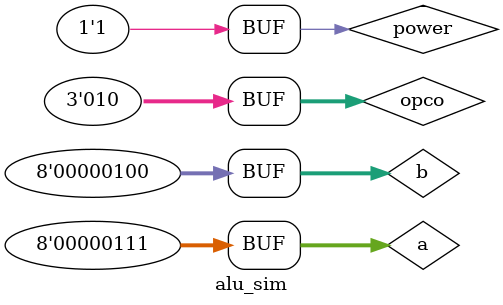
<source format=v>
`timescale 1ns / 1ps


module alu_sim(

    );
    reg  [7:0]a;
    reg [7:0]b;
    reg [2:0]opco;
    reg power;
    wire [7:0]result;
    wire carry,sign,zero;
    
    alu xyz(a,b,opco,power,result,carry,sign,zero);
    initial begin
    
    power = 1;
    a = 7;b = 4;
    opco = 1;

    #5 power = 0;
    #5 power = 1;
    a = 7;b = 4;
    opco = 2;
    
    #5 power = 0;
    #5 power = 1;
    a = 7;b = 4;
    opco = 3;
    
    #5 power = 0;
    #5 power = 1;
    a = 7;b = 4;
    opco = 4;
    
    #5 power = 0;
    #5 power = 1;
    a = 7;b = 4;
    opco = 5;
    
    #5 power = 0;
    #5 power = 1;
    a = 7;b = 4;
    opco = 6;
    
    #5 power = 0;
    #5 power = 1;
    a = 7;b = 4;
    opco = 7;
    
    #5 power = 0;
    #5 power = 1;
    a = 250;b = 10;
    opco = 1;
    
    #5 power = 0;
    #5 power = 1;
    a = 8;b = 11;
    opco = 2;
    
    #5 power = 0;
    #5 power = 1;
    a = 7;b = 7;
    opco = 2;
    
    #5 power = 0;
    #5 power = 1;
    a = 7;b = 4;
    opco = 2;
    


    end
    
endmodule

</source>
